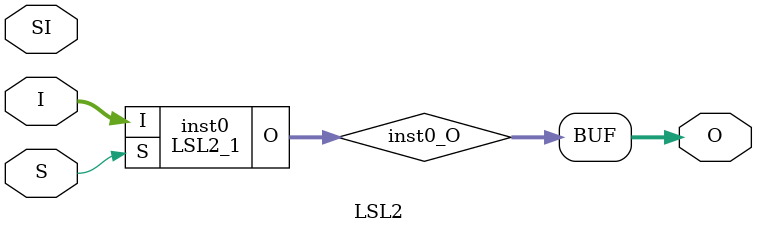
<source format=v>
module Mux2 (input [1:0] I, input  S, output  O);
wire  inst0_O;
SB_LUT4 #(.LUT_INIT(16'hCACA)) inst0 (.I0(I[0]), .I1(I[1]), .I2(S), .I3(1'b0), .O(inst0_O));
assign O = inst0_O;
endmodule

module LSL2_1 (input [1:0] I, input  S, output [1:0] O);
wire  inst0_O;
wire  inst1_O;
Mux2 inst0 (.I({1'b0,I[0]}), .S(S), .O(inst0_O));
Mux2 inst1 (.I({I[0],I[1]}), .S(S), .O(inst1_O));
assign O = {inst1_O,inst0_O};
endmodule

module LSL2 (input [1:0] I, input [0:0] S, input  SI, output [1:0] O);
wire [1:0] inst0_O;
LSL2_1 inst0 (.I(I), .S(S[0]), .O(inst0_O));
assign O = inst0_O;
endmodule


</source>
